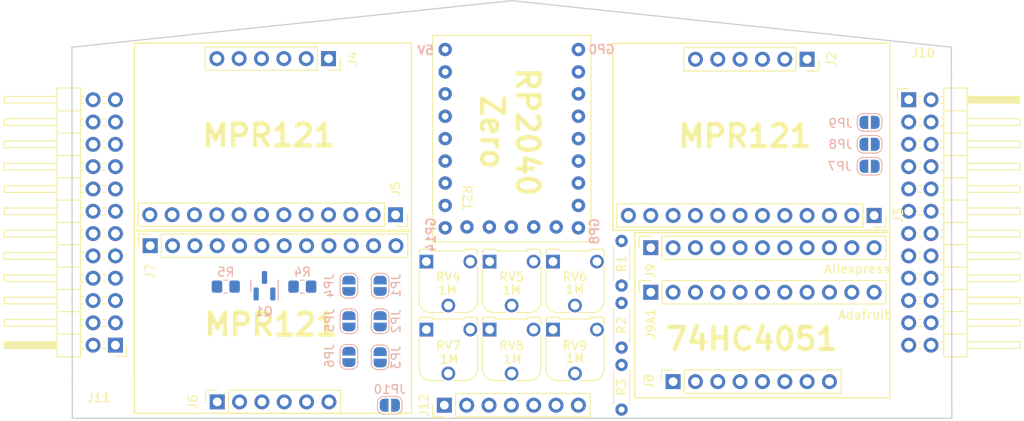
<source format=kicad_pcb>
(kicad_pcb (version 20211014) (generator pcbnew)
  (layers (0 "F.Cu" signal) (31 "B.Cu" signal) (34 "B.Paste" user) (35 "F.Paste" user) (36 "B.SilkS" user "B.Silkscreen") (37 "F.SilkS" user "F.Silkscreen") (38 "B.Mask" user) (39 "F.Mask" user) (44 "Edge.Cuts" user))
  (net 0 "")
  (net 1 "+3V3")
  (net 3 "/SCL")
  (net 4 "/SDA")
  (net 5 "GND")
  (net 6 "/KEY_1")
  (net 7 "/KEY_2")
  (net 8 "/KEY_3")
  (net 9 "/KEY_4")
  (net 10 "/KEY_5")
  (net 11 "/KEY_6")
  (net 12 "/KEY_7")
  (net 13 "/KEY_8")
  (net 14 "/KEY_9")
  (net 15 "/KEY_10")
  (net 16 "/KEY_11")
  (net 17 "/KEY_12")
  (net 19 "/KEY_13")
  (net 20 "/KEY_14")
  (net 21 "/KEY_15")
  (net 22 "/KEY_16")
  (net 23 "/KEY_17")
  (net 24 "/KEY_18")
  (net 25 "/KEY_19")
  (net 26 "/KEY_20")
  (net 27 "/KEY_21")
  (net 28 "/KEY_22")
  (net 29 "/KEY_23")
  (net 30 "/KEY_24")
  (net 32 "/KEY_25")
  (net 33 "/KEY_26")
  (net 34 "/KEY_27")
  (net 35 "/KEY_28")
  (net 36 "/KEY_29")
  (net 37 "/KEY_30")
  (net 38 "/KEY_31")
  (net 39 "/KEY_32")
  (net 44 "/AIR_SENSOR_IN")
  (net 45 "/MUX_0")
  (net 46 "/MUX_1")
  (net 47 "/MUX_2")
  (net 48 "/AIR_SENSOR_4")
  (net 49 "/AIR_SENSOR_2")
  (net 50 "/AIR_SENSOR_0")
  (net 52 "/AIR_SENSOR_5")
  (net 53 "/AIR_SENSOR_1")
  (net 54 "/AIR_SENSOR_3")
  (net 56 "+5V")
  (net 57 "/RGB_DO")
  (net 58 "/AIR_LED_4")
  (net 59 "/AIR_LED_2")
  (net 60 "/AIR_LED_0")
  (net 61 "/SW_TEST")
  (net 62 "/SW_SVC")
  (net 63 "/SW_FUNCTION")
  (net 64 "Net-(JP1-Pad2)")
  (net 65 "Net-(JP2-Pad2)")
  (net 66 "Net-(JP3-Pad2)")
  (net 67 "Net-(JP4-Pad2)")
  (net 68 "Net-(JP5-Pad2)")
  (net 69 "Net-(JP6-Pad2)")
  (net 70 "/RGB_LED")
  (net 76 "/AIR_LED_5")
  (net 77 "/AIR_LED_3")
  (net 80 "/AIR_LED_1")
  (net 81 "Net-(RZ1-Pad14)")
  (net 82 "Net-(RZ1-Pad15)")
  (net 83 "Net-(RZ1-Pad16)")
  (footprint "Connector_PinHeader_2.54mm:PinHeader_1x07_P2.54mm_Vertical" (layer "F.Cu") (at 73.05 69.1 90)
    (fp_text reference "J12" (at 0 -2.33 90) (layer "F.SilkS"))
    (fp_text value "Conn_01x07" hide)
    (pad "1" thru_hole rect (at 0 0 90) (size 1.7 1.7) (drill 1) (layers *.Cu *.Mask) (net 56 "+5V"))
    (pad "2" thru_hole oval (at 0 2.54 90) (size 1.7 1.7) (drill 1) (layers *.Cu *.Mask) (net 57 "/RGB_DO"))
    (pad "3" thru_hole oval (at 0 5.08 90) (size 1.7 1.7) (drill 1) (layers *.Cu *.Mask) (net 5 "GND"))
    (pad "4" thru_hole oval (at 0 7.62 90) (size 1.7 1.7) (drill 1) (layers *.Cu *.Mask) (net 61 "/SW_TEST"))
    (pad "5" thru_hole oval (at 0 10.16 90) (size 1.7 1.7) (drill 1) (layers *.Cu *.Mask) (net 62 "/SW_SVC"))
    (pad "6" thru_hole oval (at 0 12.7 90) (size 1.7 1.7) (drill 1) (layers *.Cu *.Mask) (net 63 "/SW_FUNCTION"))
    (pad "7" thru_hole oval (at 0 15.24 90) (size 1.7 1.7) (drill 1) (layers *.Cu *.Mask) (net 5 "GND"))
  )
  (footprint "Resistor_THT:R_Axial_DIN0204_L3.6mm_D1.6mm_P5.08mm_Horizontal" (layer "F.Cu") (at 93.2 62.54 90)
    (fp_text reference "R2" (at 2.54 0 90) (layer "F.SilkS"))
    (fp_text value "200")
    (pad "1" thru_hole circle (at 0 0 90) (size 1.4 1.4) (drill 0.7) (layers *.Cu *.Mask) (net 82 "Net-(RZ1-Pad15)"))
    (pad "2" thru_hole oval (at 5.08 0 90) (size 1.4 1.4) (drill 0.7) (layers *.Cu *.Mask) (net 59 "/AIR_LED_2"))
  )
  (footprint "MountingHole:MountingHole_3.2mm_M3" (layer "F.Cu") (at 33.65 65.44)
    (fp_text reference "H3" hide)
    (fp_text value "MountingHole" hide)
    (pad "" np_thru_hole circle (at 0 0) (size 3.2 3.2) (drill 3.2) (layers *.Cu *.Mask))
  )
  (footprint "Connector_PinSocket_2.54mm:PinSocket_1x11_P2.54mm_Vertical" (layer "F.Cu") (at 96.52 56.245 90)
    (fp_text reference "J9A1" (at -3.5725 -0.025 90) (layer "F.SilkS"))
    (fp_text value "Conn_01x11" hide)
    (pad "1" thru_hole rect (at 0 0 90) (size 1.7 1.7) (drill 1) (layers *.Cu *.Mask) (net 5 "GND"))
    (pad "2" thru_hole oval (at 0 2.54 90) (size 1.7 1.7) (drill 1) (layers *.Cu *.Mask) (net 1 "+3V3"))
    (pad "3" thru_hole oval (at 0 5.08 90) (size 1.7 1.7) (drill 1) (layers *.Cu *.Mask) (net 5 "GND"))
    (pad "4" thru_hole oval (at 0 7.62 90) (size 1.7 1.7) (drill 1) (layers *.Cu *.Mask) (net 48 "/AIR_SENSOR_4"))
    (pad "5" thru_hole oval (at 0 10.16 90) (size 1.7 1.7) (drill 1) (layers *.Cu *.Mask) (net 49 "/AIR_SENSOR_2"))
    (pad "6" thru_hole oval (at 0 12.7 90) (size 1.7 1.7) (drill 1) (layers *.Cu *.Mask) (net 50 "/AIR_SENSOR_0"))
    (pad "7" thru_hole oval (at 0 15.24 90) (size 1.7 1.7) (drill 1) (layers *.Cu *.Mask))
    (pad "8" thru_hole oval (at 0 17.78 90) (size 1.7 1.7) (drill 1) (layers *.Cu *.Mask) (net 52 "/AIR_SENSOR_5"))
    (pad "9" thru_hole oval (at 0 20.32 90) (size 1.7 1.7) (drill 1) (layers *.Cu *.Mask) (net 53 "/AIR_SENSOR_1"))
    (pad "10" thru_hole oval (at 0 22.86 90) (size 1.7 1.7) (drill 1) (layers *.Cu *.Mask) (net 54 "/AIR_SENSOR_3"))
    (pad "11" thru_hole oval (at 0 25.4 90) (size 1.7 1.7) (drill 1) (layers *.Cu *.Mask))
  )
  (footprint "Resistor_THT:R_Axial_DIN0204_L3.6mm_D1.6mm_P5.08mm_Horizontal" (layer "F.Cu") (at 93.2 50.4 -90)
    (fp_text reference "R1" (at 2.6 0 90) (layer "F.SilkS"))
    (fp_text value "200")
    (pad "1" thru_hole circle (at 0 0 270) (size 1.4 1.4) (drill 0.7) (layers *.Cu *.Mask) (net 81 "Net-(RZ1-Pad14)"))
    (pad "2" thru_hole oval (at 5.08 0 270) (size 1.4 1.4) (drill 0.7) (layers *.Cu *.Mask) (net 60 "/AIR_LED_0"))
  )
  (footprint "Potentiometer_THT:Potentiometer_Runtron_RM-065_Vertical" (layer "F.Cu") (at 78.2 60.49)
    (fp_text reference "RV8" (at 2.5 1.84) (layer "F.SilkS"))
    (fp_text value "1M")
    (pad "1" thru_hole rect (at 0 0) (size 1.56 1.56) (drill 1) (layers *.Cu *.Mask) (net 68 "Net-(JP5-Pad2)"))
    (pad "2" thru_hole circle (at 2.5 5) (size 1.56 1.56) (drill 1) (layers *.Cu *.Mask) (net 5 "GND"))
    (pad "3" thru_hole circle (at 5 0) (size 1.56 1.56) (drill 1) (layers *.Cu *.Mask) (net 5 "GND"))
  )
  (footprint "Potentiometer_THT:Potentiometer_Runtron_RM-065_Vertical" (layer "F.Cu") (at 78.2 52.75)
    (fp_text reference "RV5" (at 2.5 1.74) (layer "F.SilkS"))
    (fp_text value "1M")
    (pad "1" thru_hole rect (at 0 0) (size 1.56 1.56) (drill 1) (layers *.Cu *.Mask) (net 65 "Net-(JP2-Pad2)"))
    (pad "2" thru_hole circle (at 2.5 5) (size 1.56 1.56) (drill 1) (layers *.Cu *.Mask) (net 5 "GND"))
    (pad "3" thru_hole circle (at 5 0) (size 1.56 1.56) (drill 1) (layers *.Cu *.Mask) (net 5 "GND"))
  )
  (footprint "Resistor_THT:R_Axial_DIN0204_L3.6mm_D1.6mm_P5.08mm_Horizontal" (layer "F.Cu") (at 93.2 69.6 90)
    (fp_text reference "R3" (at 2.54 0 90) (layer "F.SilkS"))
    (fp_text value "200")
    (pad "1" thru_hole circle (at 0 0 90) (size 1.4 1.4) (drill 0.7) (layers *.Cu *.Mask) (net 83 "Net-(RZ1-Pad16)"))
    (pad "2" thru_hole oval (at 5.08 0 90) (size 1.4 1.4) (drill 0.7) (layers *.Cu *.Mask) (net 58 "/AIR_LED_4"))
  )
  (footprint "Connector_PinSocket_2.54mm:PinSocket_1x06_P2.54mm_Vertical" (layer "F.Cu") (at 59.88 29.645 -90)
    (fp_text reference "J4" (at 0 -2.77 90) (layer "F.SilkS"))
    (fp_text value "Conn_01x06" hide)
    (pad "1" thru_hole rect (at 0 0 270) (size 1.7 1.7) (drill 1) (layers *.Cu *.Mask) (net 1 "+3V3"))
    (pad "2" thru_hole oval (at 0 2.54 270) (size 1.7 1.7) (drill 1) (layers *.Cu *.Mask))
    (pad "3" thru_hole oval (at 0 5.08 270) (size 1.7 1.7) (drill 1) (layers *.Cu *.Mask) (net 3 "/SCL"))
    (pad "4" thru_hole oval (at 0 7.62 270) (size 1.7 1.7) (drill 1) (layers *.Cu *.Mask) (net 4 "/SDA"))
    (pad "5" thru_hole oval (at 0 10.16 270) (size 1.7 1.7) (drill 1) (layers *.Cu *.Mask) (net 4 "/SDA"))
    (pad "6" thru_hole oval (at 0 12.7 270) (size 1.7 1.7) (drill 1) (layers *.Cu *.Mask) (net 5 "GND"))
  )
  (footprint "Connector_PinSocket_2.54mm:PinSocket_1x12_P2.54mm_Vertical" (layer "F.Cu") (at 121.92 47.5 -90)
    (fp_text reference "J3" (at 0 -2.77 90) (layer "F.SilkS"))
    (fp_text value "Conn_01x12")
    (pad "1" thru_hole rect (at 0 0 270) (size 1.7 1.7) (drill 1) (layers *.Cu *.Mask) (net 6 "/KEY_1"))
    (pad "2" thru_hole oval (at 0 2.54 270) (size 1.7 1.7) (drill 1) (layers *.Cu *.Mask) (net 7 "/KEY_2"))
    (pad "3" thru_hole oval (at 0 5.08 270) (size 1.7 1.7) (drill 1) (layers *.Cu *.Mask) (net 8 "/KEY_3"))
    (pad "4" thru_hole oval (at 0 7.62 270) (size 1.7 1.7) (drill 1) (layers *.Cu *.Mask) (net 9 "/KEY_4"))
    (pad "5" thru_hole oval (at 0 10.16 270) (size 1.7 1.7) (drill 1) (layers *.Cu *.Mask) (net 10 "/KEY_5"))
    (pad "6" thru_hole oval (at 0 12.7 270) (size 1.7 1.7) (drill 1) (layers *.Cu *.Mask) (net 11 "/KEY_6"))
    (pad "7" thru_hole oval (at 0 15.24 270) (size 1.7 1.7) (drill 1) (layers *.Cu *.Mask) (net 12 "/KEY_7"))
    (pad "8" thru_hole oval (at 0 17.78 270) (size 1.7 1.7) (drill 1) (layers *.Cu *.Mask) (net 13 "/KEY_8"))
    (pad "9" thru_hole oval (at 0 20.32 270) (size 1.7 1.7) (drill 1) (layers *.Cu *.Mask) (net 14 "/KEY_9"))
    (pad "10" thru_hole oval (at 0 22.86 270) (size 1.7 1.7) (drill 1) (layers *.Cu *.Mask) (net 15 "/KEY_10"))
    (pad "11" thru_hole oval (at 0 25.4 270) (size 1.7 1.7) (drill 1) (layers *.Cu *.Mask) (net 16 "/KEY_11"))
    (pad "12" thru_hole oval (at 0 27.94 270) (size 1.7 1.7) (drill 1) (layers *.Cu *.Mask) (net 17 "/KEY_12"))
  )
  (footprint "Connector_PinSocket_2.54mm:PinSocket_1x06_P2.54mm_Vertical" (layer "F.Cu") (at 114.3 29.72 -90)
    (fp_text reference "J2" (at 0 -2.77 90) (layer "F.SilkS"))
    (fp_text value "Conn_01x06" hide)
    (pad "1" thru_hole rect (at 0 0 270) (size 1.7 1.7) (drill 1) (layers *.Cu *.Mask) (net 1 "+3V3"))
    (pad "2" thru_hole oval (at 0 2.54 270) (size 1.7 1.7) (drill 1) (layers *.Cu *.Mask))
    (pad "3" thru_hole oval (at 0 5.08 270) (size 1.7 1.7) (drill 1) (layers *.Cu *.Mask) (net 3 "/SCL"))
    (pad "4" thru_hole oval (at 0 7.62 270) (size 1.7 1.7) (drill 1) (layers *.Cu *.Mask) (net 4 "/SDA"))
    (pad "5" thru_hole oval (at 0 10.16 270) (size 1.7 1.7) (drill 1) (layers *.Cu *.Mask) (net 5 "GND"))
    (pad "6" thru_hole oval (at 0 12.7 270) (size 1.7 1.7) (drill 1) (layers *.Cu *.Mask) (net 5 "GND"))
  )
  (footprint "MountingHole:MountingHole_3.2mm_M3" (layer "F.Cu") (at 33.65 31.15)
    (fp_text reference "H1" hide)
    (fp_text value "MountingHole" hide)
    (pad "" np_thru_hole circle (at 0 0) (size 3.2 3.2) (drill 3.2) (layers *.Cu *.Mask))
  )
  (footprint "Potentiometer_THT:Potentiometer_Runtron_RM-065_Vertical" (layer "F.Cu") (at 85.4 60.49)
    (fp_text reference "RV9" (at 2.5 1.84) (layer "F.SilkS"))
    (fp_text value "1M")
    (pad "1" thru_hole rect (at 0 0) (size 1.56 1.56) (drill 1) (layers *.Cu *.Mask) (net 69 "Net-(JP6-Pad2)"))
    (pad "2" thru_hole circle (at 2.5 5) (size 1.56 1.56) (drill 1) (layers *.Cu *.Mask) (net 5 "GND"))
    (pad "3" thru_hole circle (at 5 0) (size 1.56 1.56) (drill 1) (layers *.Cu *.Mask) (net 5 "GND"))
  )
  (footprint "Connector_PinSocket_2.54mm:PinSocket_1x12_P2.54mm_Vertical" (layer "F.Cu") (at 67.5 47.425 -90)
    (fp_text reference "J5" (at -2.9275 -0.005 90) (layer "F.SilkS"))
    (fp_text value "Conn_01x12" hide)
    (pad "1" thru_hole rect (at 0 0 270) (size 1.7 1.7) (drill 1) (layers *.Cu *.Mask) (net 19 "/KEY_13"))
    (pad "2" thru_hole oval (at 0 2.54 270) (size 1.7 1.7) (drill 1) (layers *.Cu *.Mask) (net 20 "/KEY_14"))
    (pad "3" thru_hole oval (at 0 5.08 270) (size 1.7 1.7) (drill 1) (layers *.Cu *.Mask) (net 21 "/KEY_15"))
    (pad "4" thru_hole oval (at 0 7.62 270) (size 1.7 1.7) (drill 1) (layers *.Cu *.Mask) (net 22 "/KEY_16"))
    (pad "5" thru_hole oval (at 0 10.16 270) (size 1.7 1.7) (drill 1) (layers *.Cu *.Mask) (net 23 "/KEY_17"))
    (pad "6" thru_hole oval (at 0 12.7 270) (size 1.7 1.7) (drill 1) (layers *.Cu *.Mask) (net 24 "/KEY_18"))
    (pad "7" thru_hole oval (at 0 15.24 270) (size 1.7 1.7) (drill 1) (layers *.Cu *.Mask) (net 25 "/KEY_19"))
    (pad "8" thru_hole oval (at 0 17.78 270) (size 1.7 1.7) (drill 1) (layers *.Cu *.Mask) (net 26 "/KEY_20"))
    (pad "9" thru_hole oval (at 0 20.32 270) (size 1.7 1.7) (drill 1) (layers *.Cu *.Mask) (net 27 "/KEY_21"))
    (pad "10" thru_hole oval (at 0 22.86 270) (size 1.7 1.7) (drill 1) (layers *.Cu *.Mask) (net 28 "/KEY_22"))
    (pad "11" thru_hole oval (at 0 25.4 270) (size 1.7 1.7) (drill 1) (layers *.Cu *.Mask) (net 29 "/KEY_23"))
    (pad "12" thru_hole oval (at 0 27.94 270) (size 1.7 1.7) (drill 1) (layers *.Cu *.Mask) (net 30 "/KEY_24"))
  )
  (footprint "MountingHole:MountingHole_3.2mm_M3" (layer "F.Cu") (at 127.63 31.1475)
    (fp_text reference "H2" hide)
    (fp_text value "MountingHole" hide)
    (pad "" np_thru_hole circle (at 0 0) (size 3.2 3.2) (drill 3.2) (layers *.Cu *.Mask))
  )
  (footprint "Connector_PinSocket_2.54mm:PinSocket_1x08_P2.54mm_Vertical" (layer "F.Cu") (at 99.06 66.415 90)
    (fp_text reference "J8" (at 0 -2.77 90) (layer "F.SilkS"))
    (fp_text value "Conn_01x08" hide)
    (pad "1" thru_hole rect (at 0 0 90) (size 1.7 1.7) (drill 1) (layers *.Cu *.Mask) (net 5 "GND"))
    (pad "2" thru_hole oval (at 0 2.54 90) (size 1.7 1.7) (drill 1) (layers *.Cu *.Mask) (net 1 "+3V3"))
    (pad "3" thru_hole oval (at 0 5.08 90) (size 1.7 1.7) (drill 1) (layers *.Cu *.Mask) (net 5 "GND"))
    (pad "4" thru_hole oval (at 0 7.62 90) (size 1.7 1.7) (drill 1) (layers *.Cu *.Mask) (net 44 "/AIR_SENSOR_IN"))
    (pad "5" thru_hole oval (at 0 10.16 90) (size 1.7 1.7) (drill 1) (layers *.Cu *.Mask) (net 45 "/MUX_0"))
    (pad "6" thru_hole oval (at 0 12.7 90) (size 1.7 1.7) (drill 1) (layers *.Cu *.Mask) (net 46 "/MUX_1"))
    (pad "7" thru_hole oval (at 0 15.24 90) (size 1.7 1.7) (drill 1) (layers *.Cu *.Mask) (net 47 "/MUX_2"))
    (pad "8" thru_hole oval (at 0 17.78 90) (size 1.7 1.7) (drill 1) (layers *.Cu *.Mask) (net 5 "GND"))
  )
  (footprint "Potentiometer_THT:Potentiometer_Runtron_RM-065_Vertical" (layer "F.Cu") (at 85.4 52.75)
    (fp_text reference "RV6" (at 2.5 1.74) (layer "F.SilkS"))
    (fp_text value "1M")
    (pad "1" thru_hole rect (at 0 0) (size 1.56 1.56) (drill 1) (layers *.Cu *.Mask) (net 66 "Net-(JP3-Pad2)"))
    (pad "2" thru_hole circle (at 2.5 5) (size 1.56 1.56) (drill 1) (layers *.Cu *.Mask) (net 5 "GND"))
    (pad "3" thru_hole circle (at 5 0) (size 1.56 1.56) (drill 1) (layers *.Cu *.Mask) (net 5 "GND"))
  )
  (footprint "Potentiometer_THT:Potentiometer_Runtron_RM-065_Vertical" (layer "F.Cu") (at 71 52.75)
    (fp_text reference "RV4" (at 2.5 1.74) (layer "F.SilkS"))
    (fp_text value "1M")
    (pad "1" thru_hole rect (at 0 0) (size 1.56 1.56) (drill 1) (layers *.Cu *.Mask) (net 64 "Net-(JP1-Pad2)"))
    (pad "2" thru_hole circle (at 2.5 5) (size 1.56 1.56) (drill 1) (layers *.Cu *.Mask) (net 5 "GND"))
    (pad "3" thru_hole circle (at 5 0) (size 1.56 1.56) (drill 1) (layers *.Cu *.Mask) (net 5 "GND"))
  )
  (footprint "Potentiometer_THT:Potentiometer_Runtron_RM-065_Vertical" (layer "F.Cu") (at 71 60.49)
    (fp_text reference "RV7" (at 2.5 1.84) (layer "F.SilkS"))
    (fp_text value "1M")
    (pad "1" thru_hole rect (at 0 0) (size 1.56 1.56) (drill 1) (layers *.Cu *.Mask) (net 67 "Net-(JP4-Pad2)"))
    (pad "2" thru_hole circle (at 2.5 5) (size 1.56 1.56) (drill 1) (layers *.Cu *.Mask) (net 5 "GND"))
    (pad "3" thru_hole circle (at 5 0) (size 1.56 1.56) (drill 1) (layers *.Cu *.Mask) (net 5 "GND"))
  )
  (footprint "Connector_PinHeader_2.54mm:PinHeader_2x12_P2.54mm_Horizontal" (layer "F.Cu") (at 125.85 34.3225)
    (fp_text reference "J10" (at 1.65 -5.3225) (layer "F.SilkS"))
    (fp_text value "Conn_02x12_Odd_Even" hide)
    (pad "1" thru_hole rect (at 0 0) (size 1.7 1.7) (drill 1) (layers *.Cu *.Mask) (net 56 "+5V"))
    (pad "2" thru_hole oval (at 2.54 0) (size 1.7 1.7) (drill 1) (layers *.Cu *.Mask) (net 5 "GND"))
    (pad "3" thru_hole oval (at 0 2.54) (size 1.7 1.7) (drill 1) (layers *.Cu *.Mask) (net 58 "/AIR_LED_4"))
    (pad "4" thru_hole oval (at 2.54 2.54) (size 1.7 1.7) (drill 1) (layers *.Cu *.Mask) (net 76 "/AIR_LED_5"))
    (pad "5" thru_hole oval (at 0 5.08) (size 1.7 1.7) (drill 1) (layers *.Cu *.Mask) (net 59 "/AIR_LED_2"))
    (pad "6" thru_hole oval (at 2.54 5.08) (size 1.7 1.7) (drill 1) (layers *.Cu *.Mask) (net 77 "/AIR_LED_3"))
    (pad "7" thru_hole oval (at 0 7.62) (size 1.7 1.7) (drill 1) (layers *.Cu *.Mask) (net 60 "/AIR_LED_0"))
    (pad "8" thru_hole oval (at 2.54 7.62) (size 1.7 1.7) (drill 1) (layers *.Cu *.Mask) (net 80 "/AIR_LED_1"))
    (pad "9" thru_hole oval (at 0 10.16) (size 1.7 1.7) (drill 1) (layers *.Cu *.Mask) (net 14 "/KEY_9"))
    (pad "10" thru_hole oval (at 2.54 10.16) (size 1.7 1.7) (drill 1) (layers *.Cu *.Mask) (net 6 "/KEY_1"))
    (pad "11" thru_hole oval (at 0 12.7) (size 1.7 1.7) (drill 1) (layers *.Cu *.Mask) (net 15 "/KEY_10"))
    (pad "12" thru_hole oval (at 2.54 12.7) (size 1.7 1.7) (drill 1) (layers *.Cu *.Mask) (net 7 "/KEY_2"))
    (pad "13" thru_hole oval (at 0 15.24) (size 1.7 1.7) (drill 1) (layers *.Cu *.Mask) (net 16 "/KEY_11"))
    (pad "14" thru_hole oval (at 2.54 15.24) (size 1.7 1.7) (drill 1) (layers *.Cu *.Mask) (net 8 "/KEY_3"))
    (pad "15" thru_hole oval (at 0 17.78) (size 1.7 1.7) (drill 1) (layers *.Cu *.Mask) (net 17 "/KEY_12"))
    (pad "16" thru_hole oval (at 2.54 17.78) (size 1.7 1.7) (drill 1) (layers *.Cu *.Mask) (net 9 "/KEY_4"))
    (pad "17" thru_hole oval (at 0 20.32) (size 1.7 1.7) (drill 1) (layers *.Cu *.Mask) (net 19 "/KEY_13"))
    (pad "18" thru_hole oval (at 2.54 20.32) (size 1.7 1.7) (drill 1) (layers *.Cu *.Mask) (net 10 "/KEY_5"))
    (pad "19" thru_hole oval (at 0 22.86) (size 1.7 1.7) (drill 1) (layers *.Cu *.Mask) (net 20 "/KEY_14"))
    (pad "20" thru_hole oval (at 2.54 22.86) (size 1.7 1.7) (drill 1) (layers *.Cu *.Mask) (net 11 "/KEY_6"))
    (pad "21" thru_hole oval (at 0 25.4) (size 1.7 1.7) (drill 1) (layers *.Cu *.Mask) (net 21 "/KEY_15"))
    (pad "22" thru_hole oval (at 2.54 25.4) (size 1.7 1.7) (drill 1) (layers *.Cu *.Mask) (net 12 "/KEY_7"))
    (pad "23" thru_hole oval (at 0 27.94) (size 1.7 1.7) (drill 1) (layers *.Cu *.Mask) (net 22 "/KEY_16"))
    (pad "24" thru_hole oval (at 2.54 27.94) (size 1.7 1.7) (drill 1) (layers *.Cu *.Mask) (net 13 "/KEY_8"))
  )
  (footprint "Connector_PinSocket_2.54mm:PinSocket_1x11_P2.54mm_Vertical" (layer "F.Cu") (at 96.52 51.175 90)
    (fp_text reference "J9" (at -2.6425 -0.025 90) (layer "F.SilkS"))
    (fp_text value "Conn_01x11" hide)
    (pad "1" thru_hole rect (at 0 0 90) (size 1.7 1.7) (drill 1) (layers *.Cu *.Mask) (net 5 "GND"))
    (pad "2" thru_hole oval (at 0 2.54 90) (size 1.7 1.7) (drill 1) (layers *.Cu *.Mask) (net 1 "+3V3"))
    (pad "3" thru_hole oval (at 0 5.08 90) (size 1.7 1.7) (drill 1) (layers *.Cu *.Mask) (net 5 "GND"))
    (pad "4" thru_hole oval (at 0 7.62 90) (size 1.7 1.7) (drill 1) (layers *.Cu *.Mask) (net 48 "/AIR_SENSOR_4"))
    (pad "5" thru_hole oval (at 0 10.16 90) (size 1.7 1.7) (drill 1) (layers *.Cu *.Mask) (net 49 "/AIR_SENSOR_2"))
    (pad "6" thru_hole oval (at 0 12.7 90) (size 1.7 1.7) (drill 1) (layers *.Cu *.Mask) (net 50 "/AIR_SENSOR_0"))
    (pad "7" thru_hole oval (at 0 15.24 90) (size 1.7 1.7) (drill 1) (layers *.Cu *.Mask))
    (pad "8" thru_hole oval (at 0 17.78 90) (size 1.7 1.7) (drill 1) (layers *.Cu *.Mask) (net 52 "/AIR_SENSOR_5"))
    (pad "9" thru_hole oval (at 0 20.32 90) (size 1.7 1.7) (drill 1) (layers *.Cu *.Mask) (net 53 "/AIR_SENSOR_1"))
    (pad "10" thru_hole oval (at 0 22.86 90) (size 1.7 1.7) (drill 1) (layers *.Cu *.Mask) (net 54 "/AIR_SENSOR_3"))
    (pad "11" thru_hole oval (at 0 25.4 90) (size 1.7 1.7) (drill 1) (layers *.Cu *.Mask))
  )
  (footprint "Connector_PinSocket_2.54mm:PinSocket_1x12_P2.54mm_Vertical" (layer "F.Cu") (at 39.605 50.9425 90)
    (fp_text reference "J7" (at -2.9325 -0.005 90) (layer "F.SilkS"))
    (fp_text value "Conn_01x12" hide)
    (pad "1" thru_hole rect (at 0 0 90) (size 1.7 1.7) (drill 1) (layers *.Cu *.Mask) (net 32 "/KEY_25"))
    (pad "2" thru_hole oval (at 0 2.54 90) (size 1.7 1.7) (drill 1) (layers *.Cu *.Mask) (net 33 "/KEY_26"))
    (pad "3" thru_hole oval (at 0 5.08 90) (size 1.7 1.7) (drill 1) (layers *.Cu *.Mask) (net 34 "/KEY_27"))
    (pad "4" thru_hole oval (at 0 7.62 90) (size 1.7 1.7) (drill 1) (layers *.Cu *.Mask) (net 35 "/KEY_28"))
    (pad "5" thru_hole oval (at 0 10.16 90) (size 1.7 1.7) (drill 1) (layers *.Cu *.Mask) (net 36 "/KEY_29"))
    (pad "6" thru_hole oval (at 0 12.7 90) (size 1.7 1.7) (drill 1) (layers *.Cu *.Mask) (net 37 "/KEY_30"))
    (pad "7" thru_hole oval (at 0 15.24 90) (size 1.7 1.7) (drill 1) (layers *.Cu *.Mask) (net 38 "/KEY_31"))
    (pad "8" thru_hole oval (at 0 17.78 90) (size 1.7 1.7) (drill 1) (layers *.Cu *.Mask) (net 39 "/KEY_32"))
    (pad "9" thru_hole oval (at 0 20.32 90) (size 1.7 1.7) (drill 1) (layers *.Cu *.Mask))
    (pad "10" thru_hole oval (at 0 22.86 90) (size 1.7 1.7) (drill 1) (layers *.Cu *.Mask))
    (pad "11" thru_hole oval (at 0 25.4 90) (size 1.7 1.7) (drill 1) (layers *.Cu *.Mask))
    (pad "12" thru_hole oval (at 0 27.94 90) (size 1.7 1.7) (drill 1) (layers *.Cu *.Mask))
  )
  (footprint "Connector_PinSocket_2.54mm:PinSocket_1x06_P2.54mm_Vertical" (layer "F.Cu") (at 47.225 68.7225 90)
    (fp_text reference "J6" (at 0 -2.77 90) (layer "F.SilkS"))
    (fp_text value "Conn_01x06" hide)
    (pad "1" thru_hole rect (at 0 0 90) (size 1.7 1.7) (drill 1) (layers *.Cu *.Mask) (net 1 "+3V3"))
    (pad "2" thru_hole oval (at 0 2.54 90) (size 1.7 1.7) (drill 1) (layers *.Cu *.Mask))
    (pad "3" thru_hole oval (at 0 5.08 90) (size 1.7 1.7) (drill 1) (layers *.Cu *.Mask) (net 3 "/SCL"))
    (pad "4" thru_hole oval (at 0 7.62 90) (size 1.7 1.7) (drill 1) (layers *.Cu *.Mask) (net 4 "/SDA"))
    (pad "5" thru_hole oval (at 0 10.16 90) (size 1.7 1.7) (drill 1) (layers *.Cu *.Mask) (net 3 "/SCL"))
    (pad "6" thru_hole oval (at 0 12.7 90) (size 1.7 1.7) (drill 1) (layers *.Cu *.Mask) (net 5 "GND"))
  )
  (footprint "Connector_PinHeader_2.54mm:PinHeader_2x12_P2.54mm_Horizontal" (layer "F.Cu") (at 35.65 62.265 180)
    (fp_text reference "J11" (at 1.9 -5.985) (layer "F.SilkS"))
    (fp_text value "Conn_02x12_Odd_Even" hide)
    (pad "1" thru_hole rect (at 0 0 180) (size 1.7 1.7) (drill 1) (layers *.Cu *.Mask) (net 1 "+3V3"))
    (pad "2" thru_hole oval (at 2.54 0 180) (size 1.7 1.7) (drill 1) (layers *.Cu *.Mask) (net 5 "GND"))
    (pad "3" thru_hole oval (at 0 2.54 180) (size 1.7 1.7) (drill 1) (layers *.Cu *.Mask) (net 50 "/AIR_SENSOR_0"))
    (pad "4" thru_hole oval (at 2.54 2.54 180) (size 1.7 1.7) (drill 1) (layers *.Cu *.Mask) (net 54 "/AIR_SENSOR_3"))
    (pad "5" thru_hole oval (at 0 5.08 180) (size 1.7 1.7) (drill 1) (layers *.Cu *.Mask) (net 53 "/AIR_SENSOR_1"))
    (pad "6" thru_hole oval (at 2.54 5.08 180) (size 1.7 1.7) (drill 1) (layers *.Cu *.Mask) (net 48 "/AIR_SENSOR_4"))
    (pad "7" thru_hole oval (at 0 7.62 180) (size 1.7 1.7) (drill 1) (layers *.Cu *.Mask) (net 49 "/AIR_SENSOR_2"))
    (pad "8" thru_hole oval (at 2.54 7.62 180) (size 1.7 1.7) (drill 1) (layers *.Cu *.Mask) (net 52 "/AIR_SENSOR_5"))
    (pad "9" thru_hole oval (at 0 10.16 180) (size 1.7 1.7) (drill 1) (layers *.Cu *.Mask) (net 23 "/KEY_17"))
    (pad "10" thru_hole oval (at 2.54 10.16 180) (size 1.7 1.7) (drill 1) (layers *.Cu *.Mask) (net 32 "/KEY_25"))
    (pad "11" thru_hole oval (at 0 12.7 180) (size 1.7 1.7) (drill 1) (layers *.Cu *.Mask) (net 24 "/KEY_18"))
    (pad "12" thru_hole oval (at 2.54 12.7 180) (size 1.7 1.7) (drill 1) (layers *.Cu *.Mask) (net 33 "/KEY_26"))
    (pad "13" thru_hole oval (at 0 15.24 180) (size 1.7 1.7) (drill 1) (layers *.Cu *.Mask) (net 25 "/KEY_19"))
    (pad "14" thru_hole oval (at 2.54 15.24 180) (size 1.7 1.7) (drill 1) (layers *.Cu *.Mask) (net 34 "/KEY_27"))
    (pad "15" thru_hole oval (at 0 17.78 180) (size 1.7 1.7) (drill 1) (layers *.Cu *.Mask) (net 26 "/KEY_20"))
    (pad "16" thru_hole oval (at 2.54 17.78 180) (size 1.7 1.7) (drill 1) (layers *.Cu *.Mask) (net 35 "/KEY_28"))
    (pad "17" thru_hole oval (at 0 20.32 180) (size 1.7 1.7) (drill 1) (layers *.Cu *.Mask) (net 27 "/KEY_21"))
    (pad "18" thru_hole oval (at 2.54 20.32 180) (size 1.7 1.7) (drill 1) (layers *.Cu *.Mask) (net 36 "/KEY_29"))
    (pad "19" thru_hole oval (at 0 22.86 180) (size 1.7 1.7) (drill 1) (layers *.Cu *.Mask) (net 28 "/KEY_22"))
    (pad "20" thru_hole oval (at 2.54 22.86 180) (size 1.7 1.7) (drill 1) (layers *.Cu *.Mask) (net 37 "/KEY_30"))
    (pad "21" thru_hole oval (at 0 25.4 180) (size 1.7 1.7) (drill 1) (layers *.Cu *.Mask) (net 29 "/KEY_23"))
    (pad "22" thru_hole oval (at 2.54 25.4 180) (size 1.7 1.7) (drill 1) (layers *.Cu *.Mask) (net 38 "/KEY_31"))
    (pad "23" thru_hole oval (at 0 27.94 180) (size 1.7 1.7) (drill 1) (layers *.Cu *.Mask) (net 30 "/KEY_24"))
    (pad "24" thru_hole oval (at 2.54 27.94 180) (size 1.7 1.7) (drill 1) (layers *.Cu *.Mask) (net 39 "/KEY_32"))
  )
  (footprint "MountingHole:MountingHole_3.2mm_M3" (layer "F.Cu") (at 127.63 65.4375)
    (fp_text reference "H4" hide)
    (fp_text value "MountingHole" hide)
    (pad "" np_thru_hole circle (at 0 0) (size 3.2 3.2) (drill 3.2) (layers *.Cu *.Mask))
  )
  (footprint "RP2040-Zero:RP2040-Zero" (layer "F.Cu") (at 71.72 50.5075)
    (fp_text reference "RZ1" (at 3.905 -5.0075 270 unlocked) (layer "F.SilkS"))
    (fp_text value "RP2040-Zero")
    (fp_text user "5V" (at -0.795 -21.8075 unlocked) (layer "B.SilkS") (effects (font (thickness 0.2)) (justify mirror)))
    (fp_text user "GP14" (at -0.195 -0.8075 -270 unlocked) (layer "B.SilkS") (effects (font (thickness 0.2)) (justify mirror)))
    (fp_text user "GP8" (at 18.405 -1.2075 -270 unlocked) (layer "B.SilkS") (effects (font (thickness 0.2)) (justify mirror)))
    (fp_text user "GP0" (at 19.205 -21.9075 unlocked) (layer "B.SilkS") (effects (font (thickness 0.2)) (justify mirror)))
    (pad "1" thru_hole circle (at 16.575 -21.9) (size 1.524 1.524) (drill 0.762) (layers *.Cu *.Mask) (net 4 "/SDA"))
    (pad "2" thru_hole circle (at 16.575 -19.35) (size 1.524 1.524) (drill 0.762) (layers *.Cu *.Mask) (net 3 "/SCL"))
    (pad "3" thru_hole circle (at 16.575 -16.85) (size 1.524 1.524) (drill 0.762) (layers *.Cu *.Mask) (net 70 "/RGB_LED"))
    (pad "4" thru_hole circle (at 16.575 -14.3) (size 1.524 1.524) (drill 0.762) (layers *.Cu *.Mask))
    (pad "5" thru_hole circle (at 16.575 -11.75) (size 1.524 1.524) (drill 0.762) (layers *.Cu *.Mask) (net 46 "/MUX_1"))
    (pad "6" thru_hole circle (at 16.575 -9.2) (size 1.524 1.524) (drill 0.762) (layers *.Cu *.Mask) (net 45 "/MUX_0"))
    (pad "7" thru_hole circle (at 16.575 -6.7) (size 1.524 1.524) (drill 0.762) (layers *.Cu *.Mask) (net 61 "/SW_TEST"))
    (pad "8" thru_hole circle (at 16.575 -4.15) (size 1.524 1.524) (drill 0.762) (layers *.Cu *.Mask) (net 62 "/SW_SVC"))
    (pad "9" thru_hole circle (at 16.575 -1.6) (size 1.524 1.524) (drill 0.762) (layers *.Cu *.Mask) (net 63 "/SW_FUNCTION"))
    (pad "10" thru_hole circle (at 14.05 -1.7 90) (size 1.524 1.524) (drill 0.762) (layers *.Cu *.Mask))
    (pad "11" thru_hole circle (at 11.5 -1.7 90) (size 1.524 1.524) (drill 0.762) (layers *.Cu *.Mask) (net 80 "/AIR_LED_1"))
    (pad "12" thru_hole circle (at 8.95 -1.7 90) (size 1.524 1.524) (drill 0.762) (layers *.Cu *.Mask) (net 77 "/AIR_LED_3"))
    (pad "13" thru_hole circle (at 6.45 -1.7 90) (size 1.524 1.524) (drill 0.762) (layers *.Cu *.Mask) (net 76 "/AIR_LED_5"))
    (pad "14" thru_hole circle (at 3.9 -1.7 90) (size 1.524 1.524) (drill 0.762) (layers *.Cu *.Mask) (net 81 "Net-(RZ1-Pad14)"))
    (pad "15" thru_hole circle (at 1.425 -1.6) (size 1.524 1.524) (drill 0.762) (layers *.Cu *.Mask) (net 82 "Net-(RZ1-Pad15)"))
    (pad "16" thru_hole circle (at 1.425 -4.15) (size 1.524 1.524) (drill 0.762) (layers *.Cu *.Mask) (net 83 "Net-(RZ1-Pad16)"))
    (pad "17" thru_hole circle (at 1.425 -6.7) (size 1.524 1.524) (drill 0.762) (layers *.Cu *.Mask) (net 44 "/AIR_SENSOR_IN"))
    (pad "18" thru_hole circle (at 1.425 -9.2) (size 1.524 1.524) (drill 0.762) (layers *.Cu *.Mask))
    (pad "19" thru_hole circle (at 1.425 -11.75) (size 1.524 1.524) (drill 0.762) (layers *.Cu *.Mask))
    (pad "20" thru_hole circle (at 1.425 -14.3) (size 1.524 1.524) (drill 0.762) (layers *.Cu *.Mask))
    (pad "21" thru_hole circle (at 1.425 -16.85) (size 1.524 1.524) (drill 0.762) (layers *.Cu *.Mask) (net 1 "+3V3"))
    (pad "22" thru_hole circle (at 1.425 -19.35) (size 1.524 1.524) (drill 0.762) (layers *.Cu *.Mask) (net 56 "+5V"))
    (pad "23" thru_hole circle (at 1.425 -21.9) (size 1.524 1.524) (drill 0.762) (layers *.Cu *.Mask) (net 5 "GND"))
  )
  (footprint "Jumper:SolderJumper-2_P1.3mm_Open_RoundedPad1.0x1.5mm" (layer "B.Cu") (at 62.2 63.6 90)
    (fp_text reference "JP6" (at 0.1 -2.2 90) (layer "B.SilkS") (effects (justify mirror)))
    (fp_text value "AIR_MPLEX_JUMPER" hide)
    (pad "1" smd custom (at -0.65 0 90) (size 1 0.5) (layers "B.Cu" "B.Mask") (net 52 "/AIR_SENSOR_5") (options (clearance outline) (anchor rect)) (primitives (gr_circle (center 0 -0.25) (end 0.5 -0.25) (width 0) (fill yes)) (gr_circle (center 0 0.25) (end 0.5 0.25) (width 0) (fill yes)) (gr_poly (pts (xy 0.5 -0.75) (xy 0 -0.75) (xy 0 0.75) (xy 0.5 0.75)) (width 0) (fill yes))))
    (pad "2" smd custom (at 0.65 0 90) (size 1 0.5) (layers "B.Cu" "B.Mask") (net 69 "Net-(JP6-Pad2)") (options (clearance outline) (anchor rect)) (primitives (gr_circle (center 0 -0.25) (end 0.5 -0.25) (width 0) (fill yes)) (gr_circle (center 0 0.25) (end 0.5 0.25) (width 0) (fill yes)) (gr_poly (pts (xy 0 -0.75) (xy -0.5 -0.75) (xy -0.5 0.75) (xy 0 0.75)) (width 0) (fill yes))))
  )
  (footprint "Package_TO_SOT_SMD:SOT-23" (layer "B.Cu") (at 52.6 55.5 90)
    (fp_text reference "Q1" (at -2.9375 -0.05) (layer "B.SilkS") (effects (justify mirror)))
    (fp_text value "BSS138")
    (pad "1" smd roundrect (at -0.9375 0.95 90) (size 1.475 0.6) (layers "B.Cu" "B.Paste" "B.Mask") (net 1 "+3V3"))
    (pad "2" smd roundrect (at -0.9375 -0.95 90) (size 1.475 0.6) (layers "B.Cu" "B.Paste" "B.Mask") (net 70 "/RGB_LED"))
    (pad "3" smd roundrect (at 0.9375 0 90) (size 1.475 0.6) (layers "B.Cu" "B.Paste" "B.Mask") (net 57 "/RGB_DO"))
  )
  (footprint "Jumper:SolderJumper-2_P1.3mm_Open_RoundedPad1.0x1.5mm" (layer "B.Cu") (at 65.75 55.5 90)
    (fp_text reference "JP1" (at 0 1.8 90) (layer "B.SilkS") (effects (justify mirror)))
    (fp_text value "AIR_MPLEX_JUMPER" hide)
    (pad "1" smd custom (at -0.65 0 90) (size 1 0.5) (layers "B.Cu" "B.Mask") (net 50 "/AIR_SENSOR_0") (options (clearance outline) (anchor rect)) (primitives (gr_circle (center 0 -0.25) (end 0.5 -0.25) (width 0) (fill yes)) (gr_circle (center 0 0.25) (end 0.5 0.25) (width 0) (fill yes)) (gr_poly (pts (xy 0.5 -0.75) (xy 0 -0.75) (xy 0 0.75) (xy 0.5 0.75)) (width 0) (fill yes))))
    (pad "2" smd custom (at 0.65 0 90) (size 1 0.5) (layers "B.Cu" "B.Mask") (net 64 "Net-(JP1-Pad2)") (options (clearance outline) (anchor rect)) (primitives (gr_circle (center 0 -0.25) (end 0.5 -0.25) (width 0) (fill yes)) (gr_circle (center 0 0.25) (end 0.5 0.25) (width 0) (fill yes)) (gr_poly (pts (xy 0 -0.75) (xy -0.5 -0.75) (xy -0.5 0.75) (xy 0 0.75)) (width 0) (fill yes))))
  )
  (footprint "Jumper:SolderJumper-2_P1.3mm_Open_RoundedPad1.0x1.5mm" (layer "B.Cu") (at 65.75 63.65 90)
    (fp_text reference "JP3" (at 0 1.8 90) (layer "B.SilkS") (effects (justify mirror)))
    (fp_text value "AIR_MPLEX_JUMPER" hide)
    (pad "1" smd custom (at -0.65 0 90) (size 1 0.5) (layers "B.Cu" "B.Mask") (net 49 "/AIR_SENSOR_2") (options (clearance outline) (anchor rect)) (primitives (gr_circle (center 0 -0.25) (end 0.5 -0.25) (width 0) (fill yes)) (gr_circle (center 0 0.25) (end 0.5 0.25) (width 0) (fill yes)) (gr_poly (pts (xy 0.5 -0.75) (xy 0 -0.75) (xy 0 0.75) (xy 0.5 0.75)) (width 0) (fill yes))))
    (pad "2" smd custom (at 0.65 0 90) (size 1 0.5) (layers "B.Cu" "B.Mask") (net 66 "Net-(JP3-Pad2)") (options (clearance outline) (anchor rect)) (primitives (gr_circle (center 0 -0.25) (end 0.5 -0.25) (width 0) (fill yes)) (gr_circle (center 0 0.25) (end 0.5 0.25) (width 0) (fill yes)) (gr_poly (pts (xy 0 -0.75) (xy -0.5 -0.75) (xy -0.5 0.75) (xy 0 0.75)) (width 0) (fill yes))))
  )
  (footprint "Jumper:SolderJumper-2_P1.3mm_Open_RoundedPad1.0x1.5mm" (layer "B.Cu") (at 62.2 55.5 90)
    (fp_text reference "JP4" (at 0 -2.25 90) (layer "B.SilkS") (effects (justify mirror)))
    (fp_text value "AIR_MPLEX_JUMPER" hide)
    (pad "1" smd custom (at -0.65 0 90) (size 1 0.5) (layers "B.Cu" "B.Mask") (net 54 "/AIR_SENSOR_3") (options (clearance outline) (anchor rect)) (primitives (gr_circle (center 0 -0.25) (end 0.5 -0.25) (width 0) (fill yes)) (gr_circle (center 0 0.25) (end 0.5 0.25) (width 0) (fill yes)) (gr_poly (pts (xy 0.5 -0.75) (xy 0 -0.75) (xy 0 0.75) (xy 0.5 0.75)) (width 0) (fill yes))))
    (pad "2" smd custom (at 0.65 0 90) (size 1 0.5) (layers "B.Cu" "B.Mask") (net 67 "Net-(JP4-Pad2)") (options (clearance outline) (anchor rect)) (primitives (gr_circle (center 0 -0.25) (end 0.5 -0.25) (width 0) (fill yes)) (gr_circle (center 0 0.25) (end 0.5 0.25) (width 0) (fill yes)) (gr_poly (pts (xy 0 -0.75) (xy -0.5 -0.75) (xy -0.5 0.75) (xy 0 0.75)) (width 0) (fill yes))))
  )
  (footprint "Jumper:SolderJumper-2_P1.3mm_Open_RoundedPad1.0x1.5mm" (layer "B.Cu") (at 66.85 69.1 180)
    (fp_text reference "JP10" (at 0 1.8) (layer "B.SilkS") (effects (justify mirror)))
    (fp_text value "RGB_DO_SKIP" hide)
    (pad "1" smd custom (at -0.65 0 180) (size 1 0.5) (layers "B.Cu" "B.Mask") (net 57 "/RGB_DO") (options (clearance outline) (anchor rect)) (primitives (gr_circle (center 0 -0.25) (end 0.5 -0.25) (width 0) (fill yes)) (gr_circle (center 0 0.25) (end 0.5 0.25) (width 0) (fill yes)) (gr_poly (pts (xy 0.5 -0.75) (xy 0 -0.75) (xy 0 0.75) (xy 0.5 0.75)) (width 0) (fill yes))))
    (pad "2" smd custom (at 0.65 0 180) (size 1 0.5) (layers "B.Cu" "B.Mask") (net 70 "/RGB_LED") (options (clearance outline) (anchor rect)) (primitives (gr_circle (center 0 -0.25) (end 0.5 -0.25) (width 0) (fill yes)) (gr_circle (center 0 0.25) (end 0.5 0.25) (width 0) (fill yes)) (gr_poly (pts (xy 0 -0.75) (xy -0.5 -0.75) (xy -0.5 0.75) (xy 0 0.75)) (width 0) (fill yes))))
  )
  (footprint "Jumper:SolderJumper-2_P1.3mm_Open_RoundedPad1.0x1.5mm" (layer "B.Cu") (at 121.4 41.9)
    (fp_text reference "JP7" (at -3.4 0) (layer "B.SilkS") (effects (justify mirror)))
    (fp_text value "IR_STAG_JUMPER")
    (pad "1" smd custom (at -0.65 0) (size 1 0.5) (layers "B.Cu" "B.Mask") (net 81 "Net-(RZ1-Pad14)") (options (clearance outline) (anchor rect)) (primitives (gr_circle (center 0 -0.25) (end 0.5 -0.25) (width 0) (fill yes)) (gr_circle (center 0 0.25) (end 0.5 0.25) (width 0) (fill yes)) (gr_poly (pts (xy 0.5 -0.75) (xy 0 -0.75) (xy 0 0.75) (xy 0.5 0.75)) (width 0) (fill yes))))
    (pad "2" smd custom (at 0.65 0) (size 1 0.5) (layers "B.Cu" "B.Mask") (net 60 "/AIR_LED_0") (options (clearance outline) (anchor rect)) (primitives (gr_circle (center 0 -0.25) (end 0.5 -0.25) (width 0) (fill yes)) (gr_circle (center 0 0.25) (end 0.5 0.25) (width 0) (fill yes)) (gr_poly (pts (xy 0 -0.75) (xy -0.5 -0.75) (xy -0.5 0.75) (xy 0 0.75)) (width 0) (fill yes))))
  )
  (footprint "Jumper:SolderJumper-2_P1.3mm_Open_RoundedPad1.0x1.5mm" (layer "B.Cu") (at 62.2 59.55 90)
    (fp_text reference "JP5" (at 0.1 -2.2 90) (layer "B.SilkS") (effects (justify mirror)))
    (fp_text value "AIR_MPLEX_JUMPER" hide)
    (pad "1" smd custom (at -0.65 0 90) (size 1 0.5) (layers "B.Cu" "B.Mask") (net 48 "/AIR_SENSOR_4") (options (clearance outline) (anchor rect)) (primitives (gr_circle (center 0 -0.25) (end 0.5 -0.25) (width 0) (fill yes)) (gr_circle (center 0 0.25) (end 0.5 0.25) (width 0) (fill yes)) (gr_poly (pts (xy 0.5 -0.75) (xy 0 -0.75) (xy 0 0.75) (xy 0.5 0.75)) (width 0) (fill yes))))
    (pad "2" smd custom (at 0.65 0 90) (size 1 0.5) (layers "B.Cu" "B.Mask") (net 68 "Net-(JP5-Pad2)") (options (clearance outline) (anchor rect)) (primitives (gr_circle (center 0 -0.25) (end 0.5 -0.25) (width 0) (fill yes)) (gr_circle (center 0 0.25) (end 0.5 0.25) (width 0) (fill yes)) (gr_poly (pts (xy 0 -0.75) (xy -0.5 -0.75) (xy -0.5 0.75) (xy 0 0.75)) (width 0) (fill yes))))
  )
  (footprint "Jumper:SolderJumper-2_P1.3mm_Open_RoundedPad1.0x1.5mm" (layer "B.Cu") (at 121.4 36.9)
    (fp_text reference "JP9" (at -3.3 0.1) (layer "B.SilkS") (effects (justify mirror)))
    (fp_text value "IR_STAG_JUMPER" hide)
    (pad "1" smd custom (at -0.65 0) (size 1 0.5) (layers "B.Cu" "B.Mask") (net 83 "Net-(RZ1-Pad16)") (options (clearance outline) (anchor rect)) (primitives (gr_circle (center 0 -0.25) (end 0.5 -0.25) (width 0) (fill yes)) (gr_circle (center 0 0.25) (end 0.5 0.25) (width 0) (fill yes)) (gr_poly (pts (xy 0.5 -0.75) (xy 0 -0.75) (xy 0 0.75) (xy 0.5 0.75)) (width 0) (fill yes))))
    (pad "2" smd custom (at 0.65 0) (size 1 0.5) (layers "B.Cu" "B.Mask") (net 58 "/AIR_LED_4") (options (clearance outline) (anchor rect)) (primitives (gr_circle (center 0 -0.25) (end 0.5 -0.25) (width 0) (fill yes)) (gr_circle (center 0 0.25) (end 0.5 0.25) (width 0) (fill yes)) (gr_poly (pts (xy 0 -0.75) (xy -0.5 -0.75) (xy -0.5 0.75) (xy 0 0.75)) (width 0) (fill yes))))
  )
  (footprint "Jumper:SolderJumper-2_P1.3mm_Open_RoundedPad1.0x1.5mm" (layer "B.Cu") (at 121.4 39.4)
    (fp_text reference "JP8" (at -3.3 0) (layer "B.SilkS") (effects (justify mirror)))
    (fp_text value "IR_STAG_JUMPER" hide)
    (pad "1" smd custom (at -0.65 0) (size 1 0.5) (layers "B.Cu" "B.Mask") (net 82 "Net-(RZ1-Pad15)") (options (clearance outline) (anchor rect)) (primitives (gr_circle (center 0 -0.25) (end 0.5 -0.25) (width 0) (fill yes)) (gr_circle (center 0 0.25) (end 0.5 0.25) (width 0) (fill yes)) (gr_poly (pts (xy 0.5 -0.75) (xy 0 -0.75) (xy 0 0.75) (xy 0.5 0.75)) (width 0) (fill yes))))
    (pad "2" smd custom (at 0.65 0) (size 1 0.5) (layers "B.Cu" "B.Mask") (net 59 "/AIR_LED_2") (options (clearance outline) (anchor rect)) (primitives (gr_circle (center 0 -0.25) (end 0.5 -0.25) (width 0) (fill yes)) (gr_circle (center 0 0.25) (end 0.5 0.25) (width 0) (fill yes)) (gr_poly (pts (xy 0 -0.75) (xy -0.5 -0.75) (xy -0.5 0.75) (xy 0 0.75)) (width 0) (fill yes))))
  )
  (footprint "Jumper:SolderJumper-2_P1.3mm_Open_RoundedPad1.0x1.5mm" (layer "B.Cu") (at 65.75 59.55 90)
    (fp_text reference "JP2" (at 0 1.8 90) (layer "B.SilkS") (effects (justify mirror)))
    (fp_text value "AIR_MPLEX_JUMPER" hide)
    (pad "1" smd custom (at -0.65 0 90) (size 1 0.5) (layers "B.Cu" "B.Mask") (net 53 "/AIR_SENSOR_1") (options (clearance outline) (anchor rect)) (primitives (gr_circle (center 0 -0.25) (end 0.5 -0.25) (width 0) (fill yes)) (gr_circle (center 0 0.25) (end 0.5 0.25) (width 0) (fill yes)) (gr_poly (pts (xy 0.5 -0.75) (xy 0 -0.75) (xy 0 0.75) (xy 0.5 0.75)) (width 0) (fill yes))))
    (pad "2" smd custom (at 0.65 0 90) (size 1 0.5) (layers "B.Cu" "B.Mask") (net 65 "Net-(JP2-Pad2)") (options (clearance outline) (anchor rect)) (primitives (gr_circle (center 0 -0.25) (end 0.5 -0.25) (width 0) (fill yes)) (gr_circle (center 0 0.25) (end 0.5 0.25) (width 0) (fill yes)) (gr_poly (pts (xy 0 -0.75) (xy -0.5 -0.75) (xy -0.5 0.75) (xy 0 0.75)) (width 0) (fill yes))))
  )
  (footprint "Resistor_SMD:R_0805_2012Metric_Pad1.20x1.40mm_HandSolder" (layer "B.Cu") (at 48.2 55.6 180)
    (fp_text reference "R5" (at 0 1.65) (layer "B.SilkS") (effects (justify mirror)))
    (fp_text value "10k")
    (pad "1" smd roundrect (at -1 0 180) (size 1.2 1.4) (layers "B.Cu" "B.Paste" "B.Mask") (roundrect_rratio 0.208333) (net 70 "/RGB_LED"))
    (pad "2" smd roundrect (at 1 0 180) (size 1.2 1.4) (layers "B.Cu" "B.Paste" "B.Mask") (roundrect_rratio 0.208333) (net 1 "+3V3"))
  )
  (footprint "Resistor_SMD:R_0805_2012Metric_Pad1.20x1.40mm_HandSolder" (layer "B.Cu") (at 56.9 55.6 180)
    (fp_text reference "R4" (at 0 1.65) (layer "B.SilkS") (effects (justify mirror)))
    (fp_text value "10k")
    (pad "1" smd roundrect (at -1 0 180) (size 1.2 1.4) (layers "B.Cu" "B.Paste" "B.Mask") (roundrect_rratio 0.208333) (net 57 "/RGB_DO"))
    (pad "2" smd roundrect (at 1 0 180) (size 1.2 1.4) (layers "B.Cu" "B.Paste" "B.Mask") (roundrect_rratio 0.208333) (net 56 "+5V"))
  )
  (gr_line (start 69.305 27.8725) (end 69.305 49.1725) (layer "F.SilkS") (width 0.15))
  (gr_line (start 69.32 70.025) (end 37.82 70.025) (layer "F.SilkS") (width 0.15))
  (gr_line (start 123.7 27.8975) (end 123.7 49.1975) (layer "F.SilkS") (width 0.15))
  (gr_line (start 69.305 49.2725) (end 69.32 70.025) (layer "F.SilkS") (width 0.15))
  (gr_line (start 92.2 49.1975) (end 92.2 27.8975) (layer "F.SilkS") (width 0.15))
  (gr_line (start 123.7 49.1975) (end 92.2 49.1975) (layer "F.SilkS") (width 0.15))
  (gr_line (start 123.7 49.445) (end 123.7 68.245) (layer "F.SilkS") (width 0.15))
  (gr_line (start 37.805 49.1725) (end 37.805 27.8725) (layer "F.SilkS") (width 0.15))
  (gr_line (start 37.805 49.2725) (end 69.305 49.2725) (layer "F.SilkS") (width 0.15))
  (gr_line (start 69.305 49.1725) (end 37.805 49.1725) (layer "F.SilkS") (width 0.15))
  (gr_line (start 37.805 27.8725) (end 69.305 27.8725) (layer "F.SilkS") (width 0.15))
  (gr_line (start 94.7 49.445) (end 94.7 68.245) (layer "F.SilkS") (width 0.15))
  (gr_line (start 123.7 68.245) (end 94.7 68.245) (layer "F.SilkS") (width 0.15))
  (gr_line (start 37.82 70.025) (end 37.805 49.2725) (layer "F.SilkS") (width 0.15))
  (gr_line (start 94.7 49.445) (end 123.7 49.445) (layer "F.SilkS") (width 0.15))
  (gr_line (start 92.2 27.8975) (end 123.7 27.8975) (layer "F.SilkS") (width 0.15))
  (gr_line (start 130.75 70.6) (end 130.7 28.3475) (layer "Edge.Cuts") (width 0.15))
  (gr_line (start 30.7 28.3475) (end 30.75 70.6) (layer "Edge.Cuts") (width 0.15))
  (gr_line (start 80.7 23.0475) (end 30.7 28.3475) (layer "Edge.Cuts") (width 0.15))
  (gr_line (start 80.7 23.0475) (end 130.7 28.3475) (layer "Edge.Cuts") (width 0.15))
  (gr_line (start 30.75 70.6) (end 130.75 70.6) (layer "Edge.Cuts") (width 0.15))
  (gr_text "1M" (at 87.9 55.89) (layer "F.SilkS") (effects (font (size 1 1))))
  (gr_text "1M" (at 73.4 55.99) (layer "F.SilkS") (effects (font (size 1 1))))
  (gr_text "Adafruit" (at 120.745 58.8175) (layer "F.SilkS") (effects (font (size 1 1))))
  (gr_text "MPR121" (at 107.225 38.475) (layer "F.SilkS") (effects (font (size 2.5 2.5) (thickness 0.5))))
  (gr_text "MPR121" (at 53.1 38.4) (layer "F.SilkS") (effects (font (size 2.5 2.5) (thickness 0.5))))
  (gr_text "1M" (at 80.8 63.84) (layer "F.SilkS") (effects (font (size 1 1))))
  (gr_text "MPR121" (at 53.32 59.925) (layer "F.SilkS") (effects (font (size 2.5 2.5) (thickness 0.5))))
  (gr_text "1M" (at 80.7 55.99) (layer "F.SilkS") (effects (font (size 1 1))))
  (gr_text "RP2040\nZero\n" (at 80.5 38 270) (layer "F.SilkS") (effects (font (size 2.5 2.5) (thickness 0.5))))
  (gr_text "1M" (at 87.9 63.74) (layer "F.SilkS") (effects (font (size 1 1))))
  (gr_text "1M" (at 73.6 63.84) (layer "F.SilkS") (effects (font (size 1 1))))
  (gr_text "74HC4051" (at 108 61.5675) (layer "F.SilkS") (effects (font (size 2.5 2.5) (thickness 0.5))))
  (gr_text "Aliexpress" (at 119.995 53.5675) (layer "F.SilkS") (effects (font (size 1 1))))
)
</source>
